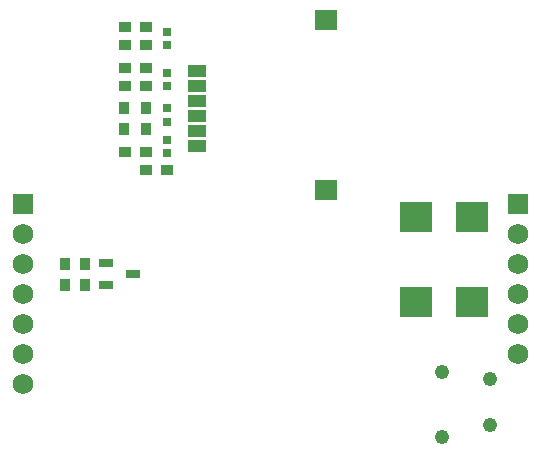
<source format=gbs>
%FSLAX25Y25*%
%MOIN*%
G70*
G01*
G75*
G04 Layer_Color=16711935*
%ADD10C,0.02000*%
%ADD11C,0.03200*%
%ADD12C,0.03200*%
%ADD13R,0.03000X0.03500*%
%ADD14R,0.03500X0.03000*%
%ADD15R,0.02362X0.04299*%
%ADD16O,0.02756X0.09843*%
%ADD17O,0.09843X0.02756*%
%ADD18R,0.08661X0.04134*%
%ADD19R,0.04331X0.03937*%
%ADD20R,0.04299X0.02362*%
%ADD21R,0.04921X0.07874*%
%ADD22R,0.07087X0.12992*%
%ADD23R,0.11811X0.04213*%
%ADD24R,0.37008X0.27559*%
%ADD25R,0.09449X0.10236*%
%ADD26C,0.01000*%
%ADD27C,0.03000*%
%ADD28C,0.02500*%
%ADD29C,0.04000*%
%ADD30C,0.07000*%
%ADD31C,0.04200*%
%ADD32C,0.02800*%
%ADD33C,0.06000*%
%ADD34R,0.06000X0.06000*%
%ADD35C,0.02500*%
%ADD36R,0.10236X0.09449*%
%ADD37R,0.05118X0.03150*%
%ADD38R,0.06693X0.05906*%
%ADD39C,0.04000*%
%ADD40R,0.02362X0.01969*%
%ADD41C,0.00800*%
%ADD42C,0.01500*%
%ADD43C,0.00500*%
%ADD44C,0.01600*%
%ADD45C,0.00700*%
%ADD46C,0.00600*%
%ADD47C,0.00100*%
%ADD48R,0.01181X0.08412*%
%ADD49R,0.01870X0.17323*%
%ADD50C,0.00787*%
%ADD51R,0.17323X0.01870*%
%ADD52R,0.03800X0.04300*%
%ADD53R,0.04300X0.03800*%
%ADD54R,0.03162X0.05099*%
%ADD55O,0.03556X0.10642*%
%ADD56O,0.10642X0.03556*%
%ADD57R,0.09461X0.04934*%
%ADD58R,0.05131X0.04737*%
%ADD59R,0.05099X0.03162*%
%ADD60R,0.05721X0.08674*%
%ADD61R,0.07887X0.13792*%
%ADD62R,0.12611X0.05013*%
%ADD63R,0.37808X0.28359*%
%ADD64R,0.10249X0.11036*%
%ADD65C,0.06800*%
%ADD66R,0.06800X0.06800*%
%ADD67R,0.11036X0.10249*%
%ADD68R,0.05918X0.03950*%
%ADD69R,0.07493X0.06706*%
%ADD70C,0.04800*%
%ADD71R,0.03162X0.02769*%
D52*
X20000Y87000D02*
D03*
Y80000D02*
D03*
X26500D02*
D03*
Y87000D02*
D03*
X39500Y139000D02*
D03*
Y132000D02*
D03*
X47000D02*
D03*
Y139000D02*
D03*
D53*
Y166000D02*
D03*
X40000D02*
D03*
X47000Y152500D02*
D03*
X40000D02*
D03*
Y124500D02*
D03*
X47000D02*
D03*
X40000Y146500D02*
D03*
X47000D02*
D03*
X40000Y160000D02*
D03*
X47000D02*
D03*
Y118500D02*
D03*
X54000D02*
D03*
D59*
X42587Y83740D02*
D03*
X33500Y87480D02*
D03*
Y80000D02*
D03*
D65*
X171000Y97000D02*
D03*
X6000D02*
D03*
Y67000D02*
D03*
Y57000D02*
D03*
X171000D02*
D03*
Y67000D02*
D03*
Y87000D02*
D03*
X6000Y47000D02*
D03*
Y87000D02*
D03*
Y77000D02*
D03*
X171000D02*
D03*
D66*
Y107000D02*
D03*
X6000D02*
D03*
D67*
X137000Y74327D02*
D03*
Y102673D02*
D03*
X155500Y74327D02*
D03*
Y102673D02*
D03*
D68*
X64000Y131500D02*
D03*
Y141500D02*
D03*
Y151500D02*
D03*
Y136500D02*
D03*
Y126500D02*
D03*
Y146500D02*
D03*
D69*
X106913Y111657D02*
D03*
Y168350D02*
D03*
D70*
X145500Y29500D02*
D03*
Y51000D02*
D03*
X161600Y33400D02*
D03*
Y48900D02*
D03*
D71*
X54000Y139000D02*
D03*
Y134557D02*
D03*
Y150843D02*
D03*
Y146400D02*
D03*
Y160000D02*
D03*
Y164443D02*
D03*
Y128543D02*
D03*
Y124100D02*
D03*
M02*

</source>
